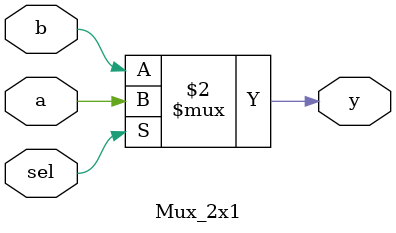
<source format=v>
`timescale 1ns / 1ps


module Mux_2x1(
    input a,b,sel,
    output y
    );
    
    assign y=(sel==1'b1)?a:b;
    
endmodule

</source>
